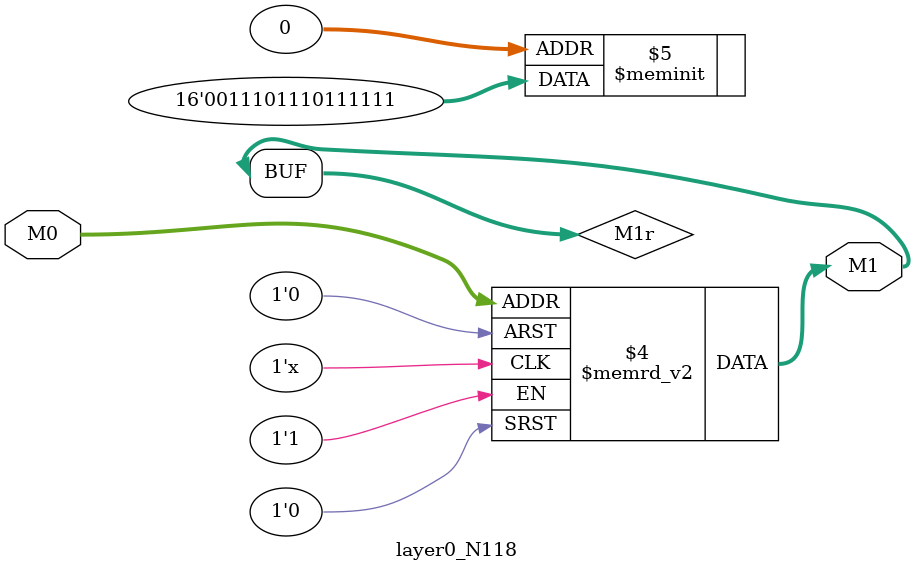
<source format=v>
module layer0_N118 ( input [2:0] M0, output [1:0] M1 );

	(*rom_style = "distributed" *) reg [1:0] M1r;
	assign M1 = M1r;
	always @ (M0) begin
		case (M0)
			3'b000: M1r = 2'b11;
			3'b100: M1r = 2'b11;
			3'b010: M1r = 2'b11;
			3'b110: M1r = 2'b11;
			3'b001: M1r = 2'b11;
			3'b101: M1r = 2'b10;
			3'b011: M1r = 2'b10;
			3'b111: M1r = 2'b00;

		endcase
	end
endmodule

</source>
